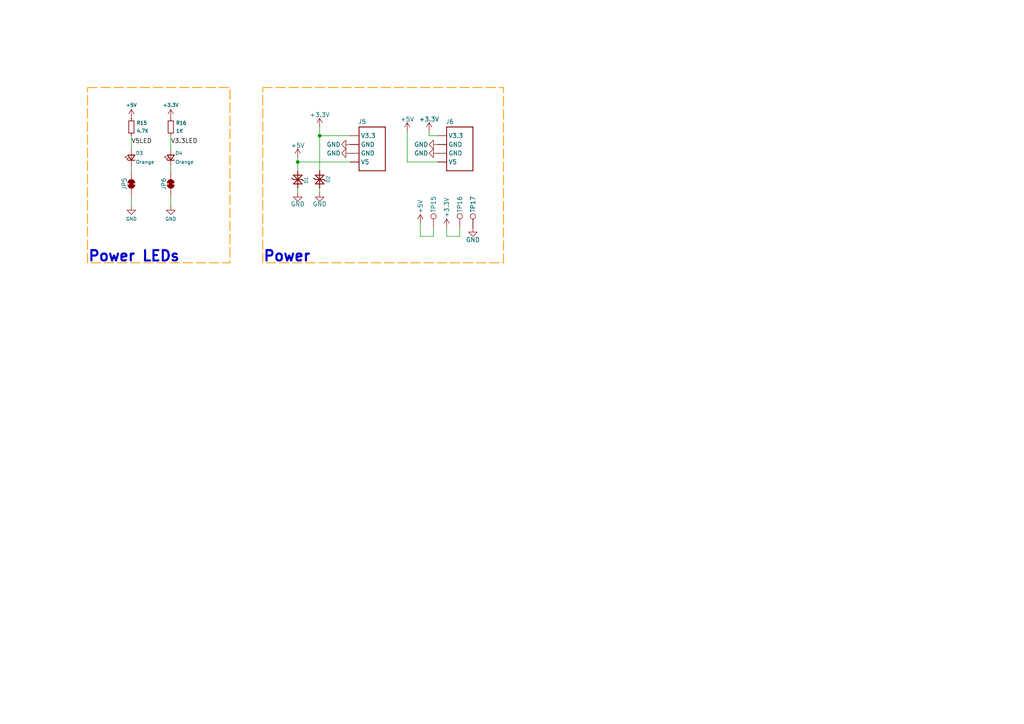
<source format=kicad_sch>
(kicad_sch (version 20250114) (generator "eeschema") (generator_version "9.0")
  (paper "A4")
  (title_block (title "Environment Module") (date "<<release-date>>") (rev "<<tag>>") (comment 1 "<<hash>>"))
  (lib_symbols
    (symbol "CRGM Connector:AQ_POWER"
      (property "Reference" "J" (at 0 2.794 0))
      (symbol "AQ_POWER_1_0"
        (polyline (pts (xy 0 2.54) (xy 7.62 2.54)) (stroke (width 0.254)))
        (polyline (pts (xy 0 -10.16) (xy 0 2.54)) (stroke (width 0.254)))
        (polyline (pts (xy 7.62 2.54) (xy 7.62 -10.16)) (stroke (width 0.254)))
        (polyline (pts (xy 7.62 -10.16) (xy 0 -10.16)) (stroke (width 0.254)))
        (pin passive line (at -2.54 0 0) (length 2.54) (name "V3.3") (number "4"))
        (pin passive line (at -2.54 -2.54 0) (length 2.54) (name "GND") (number "3"))
        (pin passive line (at -2.54 -5.08 0) (length 2.54) (name "GND") (number "2"))
        (pin passive line (at -2.54 -7.62 0) (length 2.54) (name "V5") (number "1"))
      )
    )
    (symbol "CRGM Connector:TestPoint" (pin_numbers (hide yes)) (pin_names (offset 0.762) (hide yes))
      (property "Reference" "TP" (at 0 5.08 0))
      (symbol "TestPoint_0_1"
        (circle (center 0 3.302) (radius 0.762))
      )
      (symbol "TestPoint_1_1"
        (pin passive line (at 0 0 90) (length 2.54) (name "1") (number "1"))
      )
    )
    (symbol "CRGM Passive:PESD3V3S1BL"
      (property "Reference" "D" (at -1.524 1.524 0))
      (symbol "PESD3V3S1BL_1_0"
        (polyline (pts (xy -2.54 0) (xy 2.54 0)) (stroke (width 0.254)))
        (polyline (pts (xy -1.27 1.27) (xy -0.0101 0.0101)) (stroke (width 0.254)))
        (polyline (pts (xy -1.27 -1.27) (xy -1.27 1.27)) (stroke (width 0.254)))
        (polyline (pts (xy -0.3445 -1.6043) (xy -0.3573 -1.6043)) (stroke (width 0.254)))
        (polyline (pts (xy -0.0101 1.2955) (xy -0.0101 -1.27)) (stroke (width 0.254)))
        (polyline (pts (xy -0.0101 1.2955) (xy 0.3778 1.6835)) (stroke (width 0.254)))
        (polyline (pts (xy -0.0101 0.0101) (xy -0.0101 -0.0101)) (stroke (width 0.254)))
        (polyline (pts (xy -0.0101 -0.0101) (xy -1.27 -1.27)) (stroke (width 0.254)))
        (polyline (pts (xy -0.0101 -1.27) (xy -0.3445 -1.6043)) (stroke (width 0.254)))
        (polyline (pts (xy 0.0101 0.0101) (xy 0.0101 -0.0101)) (stroke (width 0.254)))
        (polyline (pts (xy 0.0101 -0.0101) (xy 1.27 -1.27)) (stroke (width 0.254)))
        (polyline (pts (xy 0.3778 1.6835) (xy 0.3981 1.6835)) (stroke (width 0.254)))
        (polyline (pts (xy 1.27 1.27) (xy 0.0101 0.0101)) (stroke (width 0.254)))
        (polyline (pts (xy 1.27 -1.27) (xy 1.27 1.27)) (stroke (width 0.254)))
        (pin passive line (at -2.54 0 0) (length 0) (name "K1") (number "1"))
        (pin passive line (at 2.54 0 180) (length 0) (name "K2") (number "2"))
      )
    )
    (symbol "CRGM Passive:PESD5V5C1BLYL"
      (property "Reference" "D" (at -1.524 1.524 0))
      (symbol "PESD5V5C1BLYL_1_0"
        (polyline (pts (xy -2.54 0) (xy 2.54 0)) (stroke (width 0.254)))
        (polyline (pts (xy -1.27 1.27) (xy -0.0101 0.0101)) (stroke (width 0.254)))
        (polyline (pts (xy -1.27 -1.27) (xy -1.27 1.27)) (stroke (width 0.254)))
        (polyline (pts (xy -0.3445 -1.6043) (xy -0.3573 -1.6043)) (stroke (width 0.254)))
        (polyline (pts (xy -0.0101 1.2955) (xy -0.0101 -1.27)) (stroke (width 0.254)))
        (polyline (pts (xy -0.0101 1.2955) (xy 0.3778 1.6835)) (stroke (width 0.254)))
        (polyline (pts (xy -0.0101 0.0101) (xy -0.0101 -0.0101)) (stroke (width 0.254)))
        (polyline (pts (xy -0.0101 -0.0101) (xy -1.27 -1.27)) (stroke (width 0.254)))
        (polyline (pts (xy -0.0101 -1.27) (xy -0.3445 -1.6043)) (stroke (width 0.254)))
        (polyline (pts (xy 0.0101 0.0101) (xy 0.0101 -0.0101)) (stroke (width 0.254)))
        (polyline (pts (xy 0.0101 -0.0101) (xy 1.27 -1.27)) (stroke (width 0.254)))
        (polyline (pts (xy 0.3778 1.6835) (xy 0.3981 1.6835)) (stroke (width 0.254)))
        (polyline (pts (xy 1.27 1.27) (xy 0.0101 0.0101)) (stroke (width 0.254)))
        (polyline (pts (xy 1.27 -1.27) (xy 1.27 1.27)) (stroke (width 0.254)))
        (pin passive line (at -2.54 0 0) (length 0) (name "K1") (number "1"))
        (pin passive line (at 2.54 0 180) (length 0) (name "K2") (number "2"))
      )
    )
    (symbol "Device:LED_Small" (pin_numbers (hide yes)) (pin_names (offset 0.254) (hide yes))
      (property "Reference" "D" (at -1.27 3.175 0))
      (property "Value" "LED_Small" (at -4.445 -2.54 0))
      (symbol "LED_Small_0_1"
        (polyline (pts (xy -0.762 -1.016) (xy -0.762 1.016)) (stroke (width 0.254)))
        (polyline (pts (xy 0 0.762) (xy -0.508 1.27) (xy -0.254 1.27) (xy -0.508 1.27) (xy -0.508 1.016)))
        (polyline (pts (xy 0.508 1.27) (xy 0 1.778) (xy 0.254 1.778) (xy 0 1.778) (xy 0 1.524)))
        (polyline (pts (xy 0.762 -1.016) (xy -0.762 0) (xy 0.762 1.016) (xy 0.762 -1.016)) (stroke (width 0.254)))
        (polyline (pts (xy 1.016 0) (xy -0.762 0)))
      )
      (symbol "LED_Small_1_1"
        (pin passive line (at -2.54 0 0) (length 1.778) (name "K") (number "1"))
        (pin passive line (at 2.54 0 180) (length 1.778) (name "A") (number "2"))
      )
    )
    (symbol "Device:R_Small" (pin_numbers (hide yes)) (pin_names (offset 0.254) (hide yes))
      (property "Reference" "R" (at 0 0 90))
      (property "Value" "R_Small" (at 1.778 0 90))
      (symbol "R_Small_0_1"
        (rectangle (start -0.762 1.778) (end 0.762 -1.778) (stroke (width 0.2032)))
      )
      (symbol "R_Small_1_1"
        (pin passive line (at 0 2.54 270) (length 0.762) (name "~") (number "1"))
        (pin passive line (at 0 -2.54 90) (length 0.762) (name "~") (number "2"))
      )
    )
    (symbol "Jumper:SolderJumper_2_Bridged" (pin_numbers (hide yes)) (pin_names (offset 0) (hide yes)) (in_bom no)
      (property "Reference" "JP" (at 0 2.032 0))
      (property "Value" "SolderJumper_2_Bridged" (at 0 -2.54 0))
      (symbol "SolderJumper_2_Bridged_0_1"
        (rectangle (start -0.508 0.508) (end 0.508 -0.508) (fill (type outline)))
        (polyline (pts (xy -0.254 1.016) (xy -0.254 -1.016)))
        (arc (start -0.254 -1.016) (mid -1.2656 0) (end -0.254 1.016))
        (arc (start -0.254 -1.016) (mid -1.2656 0) (end -0.254 1.016) (fill (type outline)))
        (arc (start 0.254 1.016) (mid 1.2656 0) (end 0.254 -1.016))
        (arc (start 0.254 1.016) (mid 1.2656 0) (end 0.254 -1.016) (fill (type outline)))
        (polyline (pts (xy 0.254 1.016) (xy 0.254 -1.016)))
      )
      (symbol "SolderJumper_2_Bridged_1_1"
        (pin passive line (at -3.81 0 0) (length 2.54) (name "A") (number "1"))
        (pin passive line (at 3.81 0 180) (length 2.54) (name "B") (number "2"))
      )
    )
    (symbol "power:+3.3V" (power) (pin_numbers (hide yes)) (pin_names (offset 0) (hide yes))
      (property "Value" "+3.3V" (at 0 3.556 0))
      (symbol "+3.3V_0_1"
        (polyline (pts (xy -0.762 1.27) (xy 0 2.54)))
        (polyline (pts (xy 0 2.54) (xy 0.762 1.27)))
        (polyline (pts (xy 0 0) (xy 0 2.54)))
      )
      (symbol "+3.3V_1_1"
        (pin power_in line (at 0 0 90) (length 0) (name "~") (number "1"))
      )
    )
    (symbol "power:+5V" (power) (pin_numbers (hide yes)) (pin_names (offset 0) (hide yes))
      (property "Value" "+5V" (at 0 3.556 0))
      (symbol "+5V_0_1"
        (polyline (pts (xy -0.762 1.27) (xy 0 2.54)))
        (polyline (pts (xy 0 2.54) (xy 0.762 1.27)))
        (polyline (pts (xy 0 0) (xy 0 2.54)))
      )
      (symbol "+5V_1_1"
        (pin power_in line (at 0 0 90) (length 0) (name "~") (number "1"))
      )
    )
    (symbol "power:GND" (power) (pin_numbers (hide yes)) (pin_names (offset 0) (hide yes))
      (property "Value" "GND" (at 0 -3.81 0))
      (symbol "GND_0_1"
        (polyline (pts (xy 0 0) (xy 0 -1.27) (xy 1.27 -1.27) (xy 0 -2.54) (xy -1.27 -1.27) (xy 0 -1.27)))
      )
      (symbol "GND_1_1"
        (pin power_in line (at 0 0 270) (length 0) (name "~") (number "1"))
      )
    )
  )
  (rectangle (start 76.2 25.4) (end 146.05 76.2) (stroke (width 0.254) (type dash) (color 255 153 0 1)))
  (rectangle (start 25.4 25.4) (end 66.675 76.2) (stroke (width 0.254) (type dash) (color 255 153 0 1)))
  (text "Power LEDs" (at 25.4 76.2 0) (effects (font (size 3 3) (thickness 0.6) (bold yes)) (justify left bottom)))
  (text "Power" (at 76.2 76.2 0) (effects (font (size 3 3) (thickness 0.6) (bold yes)) (justify left bottom)))
  (junction (at 86.36 46.99))
  (junction (at 92.71 39.37))
  (wire (pts (xy 38.1 59.69) (xy 38.1 57.15)))
  (wire (pts (xy 92.71 55.88) (xy 92.71 54.61)))
  (wire (pts (xy 92.71 39.37) (xy 92.71 49.53)))
  (wire (pts (xy 121.92 68.58) (xy 121.92 64.77)))
  (wire (pts (xy 38.1 49.53) (xy 38.1 48.26)))
  (wire (pts (xy 118.11 46.99) (xy 118.11 38.1)))
  (wire (pts (xy 49.53 59.69) (xy 49.53 57.15)))
  (wire (pts (xy 38.1 43.18) (xy 38.1 39.37)))
  (wire (pts (xy 127 46.99) (xy 118.11 46.99)))
  (wire (pts (xy 133.35 68.58) (xy 129.54 68.58)))
  (wire (pts (xy 86.36 45.72) (xy 86.36 46.99)))
  (wire (pts (xy 127 39.37) (xy 124.46 39.37)))
  (wire (pts (xy 86.36 54.61) (xy 86.36 55.88)))
  (wire (pts (xy 92.71 39.37) (xy 92.71 36.83)))
  (wire (pts (xy 129.54 66.04) (xy 129.54 68.58)))
  (wire (pts (xy 86.36 46.99) (xy 101.6 46.99)))
  (wire (pts (xy 121.92 68.58) (xy 125.73 68.58)))
  (wire (pts (xy 49.53 49.53) (xy 49.53 48.26)))
  (wire (pts (xy 92.71 39.37) (xy 101.6 39.37)))
  (wire (pts (xy 86.36 46.99) (xy 86.36 49.53)))
  (wire (pts (xy 125.73 68.58) (xy 125.73 66.04)))
  (wire (pts (xy 133.35 66.04) (xy 133.35 68.58)))
  (wire (pts (xy 49.53 43.18) (xy 49.53 39.37)))
  (wire (pts (xy 124.46 39.37) (xy 124.46 38.1)))
  (label "V5LED" (at 38.1 41.91 0))
  (label "V3.3LED" (at 49.53 41.91 0))
  (symbol (lib_id "power:+5V") (at 38.1 34.29 0) (unit 1)
    (property "Reference" "#PWR045" (effects (hide yes)))
    (property "Value" "+5V" (at 38.1 30.48 0) (effects (font (size 1 1))))
  )
  (symbol (lib_id "power:GND") (at 137.16 66.04 0) (unit 1)
    (property "Reference" "#PWR044" (effects (hide yes)))
    (property "Value" "GND" (at 137.16 68.834 0) (effects (justify top)))
    (property "Description" "Power symbol creates a global label with name \"GND\" , ground" (effects (hide yes)))
  )
  (symbol (lib_id "Device:LED_Small") (at 38.1 45.72 90) (unit 1)
    (property "Reference" "D3" (at 39.37 44.45 90) (effects (font (size 1 1)) (justify right)))
    (property "Value" "Orange" (at 39.37 46.99 90) (effects (font (size 1 1)) (justify right)))
    (property "Footprint" "CRGM Passive:LED_0603_1608Metric" (effects (hide yes)))
    (property "Datasheet" "https://optoelectronics.liteon.com/upload/download/DS22-2000-228/LTST-C191KGKT.PDF" (effects (hide yes)))
    (property "Description" "20mA 315mcd Colorless Orange 120° 50mW 2.3V 0603" (effects (hide yes)))
    (property "MN" "XINGLIGHT" (effects (hide yes)))
    (property "MPN" "XL-1608UOC-06" (effects (hide yes)))
    (property "Mouser" "859-LTST-C190KFKT" (effects (hide yes)))
    (property "Digikey" "5962-XL-1608UOC-06TR-ND" (effects (hide yes)))
    (property "LCSC" "C965800" (effects (hide yes)))
  )
  (symbol (lib_id "CRGM Passive:PESD3V3S1BL") (at 92.71 52.07 90) (unit 1)
    (property "Reference" "D2" (at 95.758 53.086 0) (effects (font (size 1 1) (thickness 0.125)) (justify left bottom)))
    (property "Value" "PESD3V3S1BL" (effects (hide yes)))
    (property "Footprint" "CRGM Passive:DFN1006-2" (effects (hide yes)))
    (property "Datasheet" "https://www.nexperia.com/product/PESD3V3S1BL" (effects (hide yes)))
    (property "Description" "PESD3V3S1BL - Low capacitance bidirectional ESD protection diode\nVrwm=3.3v\nSource: https://assets.nexperia.com/documents/data-sheet/PESD3V3S1BL.pdf  Datasheet\nJLCPCB - C552521  Alternate https://jlcpcb.com/partdetail/DiodesIncorporated-DESD3V3S1BL7B/C500765 DESD3V3S1BL\nJLCPCB - C500765\nhttps://jlcpcb.com/partdetail/Fuxinsemi-LESD8D33CAT5G/C5563754 LESD8D3.3CAT5G\nJLCPCB - C5563754" (effects (hide yes)))
    (property "LCSC" "C5563754" (effects (hide yes)))
    (property "Digikey" "1727-PESD3V3S1BLYLTR-ND" (effects (hide yes)))
    (property "Mouser" "621-DESD3V3S1BL-7B" (effects (hide yes)))
    (property "MN" "FUXINSEMI" (effects (hide yes)))
    (property "MPN" "LESD8D3.3CAT5G" (effects (hide yes)))
  )
  (symbol (lib_id "power:GND") (at 86.36 55.88 0) (unit 1)
    (property "Reference" "#PWR033" (effects (hide yes)))
    (property "Value" "GND" (at 86.36 59.182 0))
    (property "Description" "Power symbol creates a global label with name \"GND\" , ground" (effects (hide yes)))
  )
  (symbol (lib_id "power:GND") (at 127 44.45 270) (unit 1)
    (property "Reference" "#PWR042" (effects (hide yes)))
    (property "Value" "GND" (at 124.206 44.45 90) (effects (justify right)))
    (property "Description" "Power symbol creates a global label with name \"GND\" , ground" (effects (hide yes)))
  )
  (symbol (lib_id "power:GND") (at 38.1 59.69 0) (unit 1)
    (property "Reference" "#PWR046" (effects (hide yes)))
    (property "Value" "GND" (at 38.1 63.5 0) (effects (font (size 1 1))))
    (property "Description" "Power symbol creates a global label with name \"GND\" , ground" (effects (hide yes)))
  )
  (symbol (lib_id "power:GND") (at 92.71 55.88 0) (unit 1)
    (property "Reference" "#PWR035" (effects (hide yes)))
    (property "Value" "GND" (at 92.71 59.182 0))
    (property "Description" "Power symbol creates a global label with name \"GND\" , ground" (effects (hide yes)))
  )
  (symbol (lib_id "CRGM Passive:PESD5V5C1BLYL") (at 86.36 52.07 90) (unit 1)
    (property "Reference" "D1" (at 89.408 53.34 0) (effects (font (size 1 1) (thickness 0.125)) (justify left bottom)))
    (property "Value" "PESD5V5C1BL" (effects (hide yes)))
    (property "Footprint" "CRGM Passive:DFN1006-2" (effects (hide yes)))
    (property "Datasheet" "https://assets.nexperia.com/documents/data-sheet/PESD5V5C1BL.pdf" (effects (hide yes)))
    (property "Description" "TVS DIODE Vrwm=5.5v Vcl=5.4v Ippm=6.5A DFN10062" (effects (hide yes)))
    (property "LCSC" "C2827636" (effects (hide yes)))
    (property "Mouser" "771-PESD5V5C1BLYL" (effects (hide yes)))
    (property "Digikey" "1727-PESD5V5C1BLYLTR-ND" (effects (hide yes)))
    (property "MN" "TECH PUBLIC" (effects (hide yes)))
    (property "MPN" "TPSP3022-01ETG" (effects (hide yes)))
  )
  (symbol (lib_id "Device:LED_Small") (at 49.53 45.72 90) (unit 1)
    (property "Reference" "D4" (at 50.8 44.45 90) (effects (font (size 1 1)) (justify right)))
    (property "Value" "Orange" (at 50.8 46.99 90) (effects (font (size 1 1)) (justify right)))
    (property "Footprint" "CRGM Passive:LED_0603_1608Metric" (effects (hide yes)))
    (property "Datasheet" "https://optoelectronics.liteon.com/upload/download/DS22-2000-228/LTST-C191KGKT.PDF" (effects (hide yes)))
    (property "Description" "20mA 315mcd Colorless Orange 120° 50mW 2.3V 0603" (effects (hide yes)))
    (property "MN" "XINGLIGHT" (effects (hide yes)))
    (property "MPN" "XL-1608UOC-06" (effects (hide yes)))
    (property "Mouser" "859-LTST-C190KFKT" (effects (hide yes)))
    (property "Digikey" "5962-XL-1608UOC-06TR-ND" (effects (hide yes)))
    (property "LCSC" "C965800" (effects (hide yes)))
  )
  (symbol (lib_id "CRGM Connector:TestPoint") (at 125.73 66.04 0) (unit 1) (in_bom no)
    (property "Reference" "TP15" (at 125.73 61.722 90) (effects (justify left)))
    (property "Footprint" "CRGM Mechanical:TestPoint_Pad_D1.0mm" (effects (hide yes)))
    (property "Description" "Test Point D1.0mm" (effects (hide yes)))
  )
  (symbol (lib_id "Device:R_Small") (at 38.1 36.83 0) (unit 1)
    (property "Reference" "R15" (at 39.5986 35.6616 0) (effects (font (size 1 1)) (justify left)))
    (property "Value" "4.7K" (at 39.5986 37.973 0) (effects (font (size 1 1)) (justify left)))
    (property "Footprint" "CRGM Passive:R_0603_1608Metric" (effects (hide yes)))
    (property "Datasheet" "https://www.vishay.com/docs/28773/crcwce3.pdf" (effects (hide yes)))
    (property "Description" "Thick Film Resistors - SMD 1/10Watt 4.7Kohms 5% Commercial Use" (effects (hide yes)))
    (property "MN" "FOJAN " (effects (hide yes)))
    (property "MPN" "FRC0603J472 TS" (effects (hide yes)))
    (property "Mouser" "71-CRCW06034K70JNEAC" (effects (hide yes)))
    (property "Digikey" "541-3993-2-ND" (effects (hide yes)))
    (property "LCSC" "C2907166" (effects (hide yes)))
    (property "Tolerance" "5%" (effects (hide yes)))
  )
  (symbol (lib_id "power:GND") (at 49.53 59.69 0) (unit 1)
    (property "Reference" "#PWR048" (effects (hide yes)))
    (property "Value" "GND" (at 49.53 63.5 0) (effects (font (size 1 1))))
    (property "Description" "Power symbol creates a global label with name \"GND\" , ground" (effects (hide yes)))
  )
  (symbol (lib_id "power:+3.3V") (at 124.46 38.1 0) (unit 1)
    (property "Reference" "#PWR040" (effects (hide yes)))
    (property "Value" "+3.3V" (at 124.46 35.306 0) (effects (justify bottom)))
    (property "Description" "Power symbol creates a global label with name \"+3.3V\"" (effects (hide yes)))
  )
  (symbol (lib_id "power:+3.3V") (at 129.54 66.04 0) (unit 1)
    (property "Reference" "#PWR043" (effects (hide yes)))
    (property "Value" "+3.3V" (at 129.54 60.198 90))
    (property "Description" "Power symbol creates a global label with name \"+3.3V\"" (effects (hide yes)))
  )
  (symbol (lib_id "power:GND") (at 127 41.91 270) (unit 1)
    (property "Reference" "#PWR041" (effects (hide yes)))
    (property "Value" "GND" (at 124.206 41.91 90) (effects (justify right)))
    (property "Description" "Power symbol creates a global label with name \"GND\" , ground" (effects (hide yes)))
  )
  (symbol (lib_id "CRGM Connector:TestPoint") (at 133.35 66.04 0) (unit 1) (in_bom no)
    (property "Reference" "TP16" (at 133.35 61.722 90) (effects (justify left)))
    (property "Footprint" "CRGM Mechanical:TestPoint_Pad_D1.0mm" (effects (hide yes)))
    (property "Description" "Test Point D1.0mm" (effects (hide yes)))
  )
  (symbol (lib_id "CRGM Connector:AQ_POWER") (at 104.14 39.37 0) (unit 1)
    (property "Reference" "J5" (at 103.886 35.306 0) (effects (font (thickness 0.125)) (justify left)))
    (property "Footprint" "CRGM Connector:JST_SH_SM04B-SRSS-TB_1x04-1MP_P1.00mm_Horizontal" (effects (hide yes)))
    (property "Datasheet" "https://www.jst-mfg.com/product/pdf/eng/eSH.pdf" (effects (hide yes)))
    (property "Description" "4 Position, 1mm pitch" (effects (hide yes)))
    (property "MN" "JST" (effects (hide yes)))
    (property "MPN" "SM04B-SRSS-TBT(LF)(SN)" (effects (hide yes)))
    (property "LCSC" "C2763614" (effects (hide yes)))
    (property "Mouser" "306-SM04BSRSSTBTLFSN" (effects (hide yes)))
    (property "Digikey" "455-SM04B-SRSS-TBTR-ND" (effects (hide yes)))
  )
  (symbol (lib_id "power:+3.3V") (at 92.71 36.83 0) (unit 1)
    (property "Reference" "#PWR034" (effects (hide yes)))
    (property "Value" "+3.3V" (at 92.71 34.036 0) (effects (justify bottom)))
    (property "Description" "Power symbol creates a global label with name \"+3.3V\"" (effects (hide yes)))
  )
  (symbol (lib_id "power:+5V") (at 121.92 64.77 0) (unit 1)
    (property "Reference" "#PWR039" (effects (hide yes)))
    (property "Value" "+5V" (at 121.92 61.976 90) (effects (justify left)))
    (property "Description" "Power symbol creates a global label with name \"+5V\"" (effects (hide yes)))
  )
  (symbol (lib_id "power:+5V") (at 86.36 45.72 0) (unit 1)
    (property "Reference" "#PWR032" (effects (hide yes)))
    (property "Value" "+5V" (at 86.36 42.926 0) (effects (justify bottom)))
    (property "Description" "Power symbol creates a global label with name \"+5V\"" (effects (hide yes)))
  )
  (symbol (lib_id "power:+5V") (at 118.11 38.1 0) (unit 1)
    (property "Reference" "#PWR038" (effects (hide yes)))
    (property "Value" "+5V" (at 118.11 35.306 0) (effects (justify bottom)))
    (property "Description" "Power symbol creates a global label with name \"+5V\"" (effects (hide yes)))
  )
  (symbol (lib_id "Jumper:SolderJumper_2_Bridged") (at 38.1 53.34 90) (unit 1) (in_bom no)
    (property "Reference" "JP5" (at 36.068 53.34 0))
    (property "Footprint" "CRGM Connector:SolderJumper-2_P1.3mm_Bridged_RoundedPad1.0x1.5mm" (effects (hide yes)))
    (property "Description" "Solder Jumper, 2-pole, closed/bridged" (effects (hide yes)))
  )
  (symbol (lib_id "power:GND") (at 101.6 44.45 270) (unit 1)
    (property "Reference" "#PWR037" (effects (hide yes)))
    (property "Value" "GND" (at 98.806 44.45 90) (effects (justify right)))
    (property "Description" "Power symbol creates a global label with name \"GND\" , ground" (effects (hide yes)))
  )
  (symbol (lib_id "power:+3.3V") (at 49.53 34.29 0) (unit 1)
    (property "Reference" "#PWR047" (effects (hide yes)))
    (property "Value" "+3.3V" (at 49.53 30.48 0) (effects (font (size 1 1))))
  )
  (symbol (lib_id "CRGM Connector:AQ_POWER") (at 129.54 39.37 0) (unit 1)
    (property "Reference" "J6" (at 129.286 35.306 0) (effects (font (thickness 0.125)) (justify left)))
    (property "Footprint" "CRGM Connector:JST_SH_SM04B-SRSS-TB_1x04-1MP_P1.00mm_Horizontal" (effects (hide yes)))
    (property "Datasheet" "https://www.jst-mfg.com/product/pdf/eng/eSH.pdf" (effects (hide yes)))
    (property "Description" "4 Position, 1mm pitch" (effects (hide yes)))
    (property "MN" "JST" (effects (hide yes)))
    (property "MPN" "SM04B-SRSS-TBT(LF)(SN)" (effects (hide yes)))
    (property "LCSC" "C2763614" (effects (hide yes)))
    (property "Mouser" "306-SM04BSRSSTBTLFSN" (effects (hide yes)))
    (property "Digikey" "455-SM04B-SRSS-TBTR-ND" (effects (hide yes)))
  )
  (symbol (lib_id "CRGM Connector:TestPoint") (at 137.16 66.04 0) (unit 1) (in_bom no)
    (property "Reference" "TP17" (at 137.16 61.722 90) (effects (justify left)))
    (property "Footprint" "CRGM Mechanical:TestPoint_Pad_D1.0mm" (effects (hide yes)))
    (property "Description" "Test Point D1.0mm" (effects (hide yes)))
  )
  (symbol (lib_id "Jumper:SolderJumper_2_Bridged") (at 49.53 53.34 90) (unit 1) (in_bom no)
    (property "Reference" "JP6" (at 47.498 53.34 0))
    (property "Footprint" "CRGM Connector:SolderJumper-2_P1.3mm_Bridged_RoundedPad1.0x1.5mm" (effects (hide yes)))
    (property "Description" "Solder Jumper, 2-pole, closed/bridged" (effects (hide yes)))
  )
  (symbol (lib_id "Device:R_Small") (at 49.53 36.83 0) (unit 1)
    (property "Reference" "R16" (at 51.0286 35.6616 0) (effects (font (size 1 1)) (justify left)))
    (property "Value" "1K" (at 51.0286 37.973 0) (effects (font (size 1 1)) (justify left)))
    (property "Footprint" "CRGM Passive:R_0603_1608Metric" (effects (hide yes)))
    (property "Datasheet" "https://www.vishay.com/docs/28773/crcwce3.pdf" (effects (hide yes)))
    (property "Description" "Thick Film Resistors - SMD 1/10watt 1.0Kohms 1%" (effects (hide yes)))
    (property "MN" "FOJAN" (effects (hide yes)))
    (property "MPN" "FRC0603J102 TS" (effects (hide yes)))
    (property "Mouser" "71-CRCW06031K00JNEAC" (effects (hide yes)))
    (property "Digikey" "541-3991-2-ND" (effects (hide yes)))
    (property "LCSC" "C2907113" (effects (hide yes)))
    (property "Tolerance" "5%" (effects (hide yes)))
  )
  (symbol (lib_id "power:GND") (at 101.6 41.91 270) (unit 1)
    (property "Reference" "#PWR036" (effects (hide yes)))
    (property "Value" "GND" (at 98.806 41.91 90) (effects (justify right)))
    (property "Description" "Power symbol creates a global label with name \"GND\" , ground" (effects (hide yes)))
  )
)
</source>
